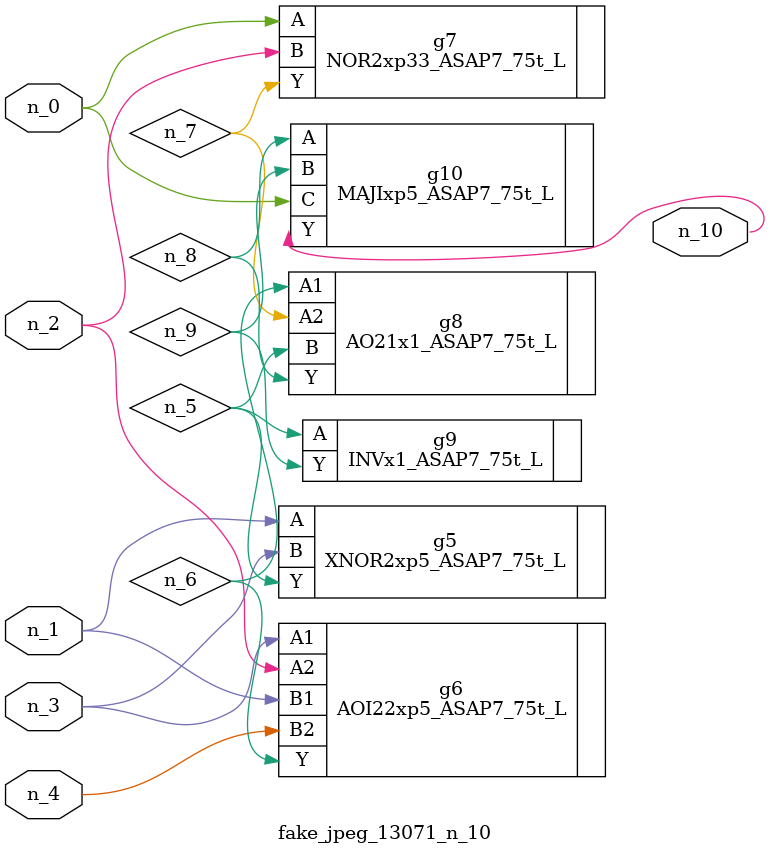
<source format=v>
module fake_jpeg_13071_n_10 (n_3, n_2, n_1, n_0, n_4, n_10);

input n_3;
input n_2;
input n_1;
input n_0;
input n_4;

output n_10;

wire n_8;
wire n_9;
wire n_6;
wire n_5;
wire n_7;

XNOR2xp5_ASAP7_75t_L g5 ( 
.A(n_1),
.B(n_3),
.Y(n_5)
);

AOI22xp5_ASAP7_75t_L g6 ( 
.A1(n_3),
.A2(n_2),
.B1(n_1),
.B2(n_4),
.Y(n_6)
);

NOR2xp33_ASAP7_75t_L g7 ( 
.A(n_0),
.B(n_2),
.Y(n_7)
);

AO21x1_ASAP7_75t_L g8 ( 
.A1(n_6),
.A2(n_7),
.B(n_5),
.Y(n_8)
);

MAJIxp5_ASAP7_75t_L g10 ( 
.A(n_8),
.B(n_9),
.C(n_0),
.Y(n_10)
);

INVx1_ASAP7_75t_L g9 ( 
.A(n_5),
.Y(n_9)
);


endmodule
</source>
